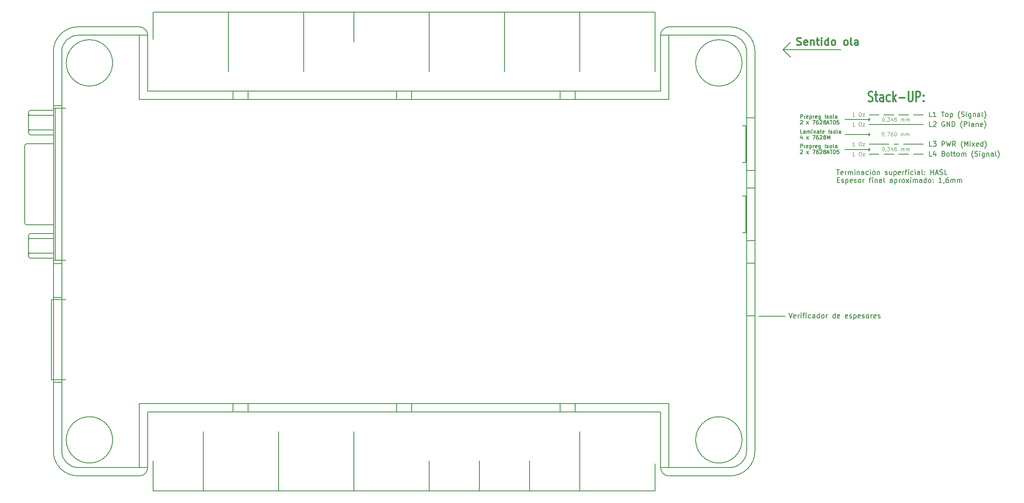
<source format=gbr>
G04 (created by PCBNEW (2013-jul-07)-stable) date miÃ© 17 sep 2014 11:04:25 ART*
%MOIN*%
G04 Gerber Fmt 3.4, Leading zero omitted, Abs format*
%FSLAX34Y34*%
G01*
G70*
G90*
G04 APERTURE LIST*
%ADD10C,0.00590551*%
%ADD11C,0.005*%
%ADD12C,0.00787402*%
%ADD13C,0.00492126*%
%ADD14C,0.011811*%
G04 APERTURE END LIST*
G54D10*
G54D11*
X75900Y-20600D02*
X75800Y-20700D01*
X75800Y-20500D02*
X75900Y-20600D01*
X73900Y-20600D02*
X75850Y-20600D01*
X73900Y-19400D02*
X75850Y-19400D01*
X75800Y-19300D02*
X75900Y-19400D01*
X75900Y-19400D02*
X75800Y-19500D01*
X75900Y-18200D02*
X75800Y-18300D01*
X75800Y-18100D02*
X75900Y-18200D01*
X73900Y-18200D02*
X75850Y-18200D01*
X70371Y-20471D02*
X70371Y-20171D01*
X70485Y-20171D01*
X70514Y-20185D01*
X70528Y-20200D01*
X70542Y-20228D01*
X70542Y-20271D01*
X70528Y-20300D01*
X70514Y-20314D01*
X70485Y-20328D01*
X70371Y-20328D01*
X70671Y-20471D02*
X70671Y-20271D01*
X70671Y-20328D02*
X70685Y-20300D01*
X70700Y-20285D01*
X70728Y-20271D01*
X70757Y-20271D01*
X70971Y-20457D02*
X70942Y-20471D01*
X70885Y-20471D01*
X70857Y-20457D01*
X70842Y-20428D01*
X70842Y-20314D01*
X70857Y-20285D01*
X70885Y-20271D01*
X70942Y-20271D01*
X70971Y-20285D01*
X70985Y-20314D01*
X70985Y-20342D01*
X70842Y-20371D01*
X71114Y-20271D02*
X71114Y-20571D01*
X71114Y-20285D02*
X71142Y-20271D01*
X71200Y-20271D01*
X71228Y-20285D01*
X71242Y-20300D01*
X71257Y-20328D01*
X71257Y-20414D01*
X71242Y-20442D01*
X71228Y-20457D01*
X71200Y-20471D01*
X71142Y-20471D01*
X71114Y-20457D01*
X71385Y-20471D02*
X71385Y-20271D01*
X71385Y-20328D02*
X71400Y-20300D01*
X71414Y-20285D01*
X71442Y-20271D01*
X71471Y-20271D01*
X71685Y-20457D02*
X71657Y-20471D01*
X71600Y-20471D01*
X71571Y-20457D01*
X71557Y-20428D01*
X71557Y-20314D01*
X71571Y-20285D01*
X71600Y-20271D01*
X71657Y-20271D01*
X71685Y-20285D01*
X71700Y-20314D01*
X71700Y-20342D01*
X71557Y-20371D01*
X71957Y-20271D02*
X71957Y-20514D01*
X71942Y-20542D01*
X71928Y-20557D01*
X71900Y-20571D01*
X71857Y-20571D01*
X71828Y-20557D01*
X71957Y-20457D02*
X71928Y-20471D01*
X71871Y-20471D01*
X71842Y-20457D01*
X71828Y-20442D01*
X71814Y-20414D01*
X71814Y-20328D01*
X71828Y-20300D01*
X71842Y-20285D01*
X71871Y-20271D01*
X71928Y-20271D01*
X71957Y-20285D01*
X72328Y-20471D02*
X72328Y-20171D01*
X72457Y-20457D02*
X72485Y-20471D01*
X72542Y-20471D01*
X72571Y-20457D01*
X72585Y-20428D01*
X72585Y-20414D01*
X72571Y-20385D01*
X72542Y-20371D01*
X72500Y-20371D01*
X72471Y-20357D01*
X72457Y-20328D01*
X72457Y-20314D01*
X72471Y-20285D01*
X72500Y-20271D01*
X72542Y-20271D01*
X72571Y-20285D01*
X72757Y-20471D02*
X72728Y-20457D01*
X72714Y-20442D01*
X72700Y-20414D01*
X72700Y-20328D01*
X72714Y-20300D01*
X72728Y-20285D01*
X72757Y-20271D01*
X72800Y-20271D01*
X72828Y-20285D01*
X72842Y-20300D01*
X72857Y-20328D01*
X72857Y-20414D01*
X72842Y-20442D01*
X72828Y-20457D01*
X72800Y-20471D01*
X72757Y-20471D01*
X73028Y-20471D02*
X73000Y-20457D01*
X72985Y-20428D01*
X72985Y-20171D01*
X73271Y-20471D02*
X73271Y-20314D01*
X73257Y-20285D01*
X73228Y-20271D01*
X73171Y-20271D01*
X73142Y-20285D01*
X73271Y-20457D02*
X73242Y-20471D01*
X73171Y-20471D01*
X73142Y-20457D01*
X73128Y-20428D01*
X73128Y-20400D01*
X73142Y-20371D01*
X73171Y-20357D01*
X73242Y-20357D01*
X73271Y-20342D01*
X70357Y-20670D02*
X70371Y-20655D01*
X70400Y-20641D01*
X70471Y-20641D01*
X70500Y-20655D01*
X70514Y-20670D01*
X70528Y-20698D01*
X70528Y-20727D01*
X70514Y-20770D01*
X70342Y-20941D01*
X70528Y-20941D01*
X70857Y-20941D02*
X71014Y-20741D01*
X70857Y-20741D02*
X71014Y-20941D01*
X71328Y-20641D02*
X71528Y-20641D01*
X71399Y-20941D01*
X71771Y-20641D02*
X71714Y-20641D01*
X71685Y-20655D01*
X71671Y-20670D01*
X71642Y-20712D01*
X71628Y-20770D01*
X71628Y-20884D01*
X71642Y-20912D01*
X71657Y-20927D01*
X71685Y-20941D01*
X71742Y-20941D01*
X71771Y-20927D01*
X71785Y-20912D01*
X71799Y-20884D01*
X71799Y-20812D01*
X71785Y-20784D01*
X71771Y-20770D01*
X71742Y-20755D01*
X71685Y-20755D01*
X71657Y-20770D01*
X71642Y-20784D01*
X71628Y-20812D01*
X71914Y-20670D02*
X71928Y-20655D01*
X71957Y-20641D01*
X72028Y-20641D01*
X72057Y-20655D01*
X72071Y-20670D01*
X72085Y-20698D01*
X72085Y-20727D01*
X72071Y-20770D01*
X71899Y-20941D01*
X72085Y-20941D01*
X72257Y-20770D02*
X72228Y-20755D01*
X72214Y-20741D01*
X72199Y-20712D01*
X72199Y-20698D01*
X72214Y-20670D01*
X72228Y-20655D01*
X72257Y-20641D01*
X72314Y-20641D01*
X72342Y-20655D01*
X72357Y-20670D01*
X72371Y-20698D01*
X72371Y-20712D01*
X72357Y-20741D01*
X72342Y-20755D01*
X72314Y-20770D01*
X72257Y-20770D01*
X72228Y-20784D01*
X72214Y-20798D01*
X72199Y-20827D01*
X72199Y-20884D01*
X72214Y-20912D01*
X72228Y-20927D01*
X72257Y-20941D01*
X72314Y-20941D01*
X72342Y-20927D01*
X72357Y-20912D01*
X72371Y-20884D01*
X72371Y-20827D01*
X72357Y-20798D01*
X72342Y-20784D01*
X72314Y-20770D01*
X72485Y-20855D02*
X72628Y-20855D01*
X72457Y-20941D02*
X72557Y-20641D01*
X72657Y-20941D01*
X72714Y-20641D02*
X72885Y-20641D01*
X72799Y-20941D02*
X72799Y-20641D01*
X73042Y-20641D02*
X73071Y-20641D01*
X73099Y-20655D01*
X73114Y-20670D01*
X73128Y-20698D01*
X73142Y-20755D01*
X73142Y-20827D01*
X73128Y-20884D01*
X73114Y-20912D01*
X73099Y-20927D01*
X73071Y-20941D01*
X73042Y-20941D01*
X73014Y-20927D01*
X72999Y-20912D01*
X72985Y-20884D01*
X72971Y-20827D01*
X72971Y-20755D01*
X72985Y-20698D01*
X72999Y-20670D01*
X73014Y-20655D01*
X73042Y-20641D01*
X73414Y-20641D02*
X73271Y-20641D01*
X73257Y-20784D01*
X73271Y-20770D01*
X73299Y-20755D01*
X73371Y-20755D01*
X73399Y-20770D01*
X73414Y-20784D01*
X73428Y-20812D01*
X73428Y-20884D01*
X73414Y-20912D01*
X73399Y-20927D01*
X73371Y-20941D01*
X73299Y-20941D01*
X73271Y-20927D01*
X73257Y-20912D01*
X70514Y-19321D02*
X70371Y-19321D01*
X70371Y-19021D01*
X70742Y-19321D02*
X70742Y-19164D01*
X70728Y-19135D01*
X70700Y-19121D01*
X70642Y-19121D01*
X70614Y-19135D01*
X70742Y-19307D02*
X70714Y-19321D01*
X70642Y-19321D01*
X70614Y-19307D01*
X70600Y-19278D01*
X70600Y-19250D01*
X70614Y-19221D01*
X70642Y-19207D01*
X70714Y-19207D01*
X70742Y-19192D01*
X70885Y-19321D02*
X70885Y-19121D01*
X70885Y-19150D02*
X70900Y-19135D01*
X70928Y-19121D01*
X70971Y-19121D01*
X71000Y-19135D01*
X71014Y-19164D01*
X71014Y-19321D01*
X71014Y-19164D02*
X71028Y-19135D01*
X71057Y-19121D01*
X71100Y-19121D01*
X71128Y-19135D01*
X71142Y-19164D01*
X71142Y-19321D01*
X71285Y-19321D02*
X71285Y-19121D01*
X71285Y-19021D02*
X71271Y-19035D01*
X71285Y-19050D01*
X71300Y-19035D01*
X71285Y-19021D01*
X71285Y-19050D01*
X71428Y-19121D02*
X71428Y-19321D01*
X71428Y-19150D02*
X71442Y-19135D01*
X71471Y-19121D01*
X71514Y-19121D01*
X71542Y-19135D01*
X71557Y-19164D01*
X71557Y-19321D01*
X71828Y-19321D02*
X71828Y-19164D01*
X71814Y-19135D01*
X71785Y-19121D01*
X71728Y-19121D01*
X71700Y-19135D01*
X71828Y-19307D02*
X71800Y-19321D01*
X71728Y-19321D01*
X71700Y-19307D01*
X71685Y-19278D01*
X71685Y-19250D01*
X71700Y-19221D01*
X71728Y-19207D01*
X71800Y-19207D01*
X71828Y-19192D01*
X71928Y-19121D02*
X72042Y-19121D01*
X71971Y-19021D02*
X71971Y-19278D01*
X71985Y-19307D01*
X72014Y-19321D01*
X72042Y-19321D01*
X72257Y-19307D02*
X72228Y-19321D01*
X72171Y-19321D01*
X72142Y-19307D01*
X72128Y-19278D01*
X72128Y-19164D01*
X72142Y-19135D01*
X72171Y-19121D01*
X72228Y-19121D01*
X72257Y-19135D01*
X72271Y-19164D01*
X72271Y-19192D01*
X72128Y-19221D01*
X72628Y-19321D02*
X72628Y-19021D01*
X72757Y-19307D02*
X72785Y-19321D01*
X72842Y-19321D01*
X72871Y-19307D01*
X72885Y-19278D01*
X72885Y-19264D01*
X72871Y-19235D01*
X72842Y-19221D01*
X72800Y-19221D01*
X72771Y-19207D01*
X72757Y-19178D01*
X72757Y-19164D01*
X72771Y-19135D01*
X72800Y-19121D01*
X72842Y-19121D01*
X72871Y-19135D01*
X73057Y-19321D02*
X73028Y-19307D01*
X73014Y-19292D01*
X73000Y-19264D01*
X73000Y-19178D01*
X73014Y-19150D01*
X73028Y-19135D01*
X73057Y-19121D01*
X73100Y-19121D01*
X73128Y-19135D01*
X73142Y-19150D01*
X73157Y-19178D01*
X73157Y-19264D01*
X73142Y-19292D01*
X73128Y-19307D01*
X73100Y-19321D01*
X73057Y-19321D01*
X73328Y-19321D02*
X73300Y-19307D01*
X73285Y-19278D01*
X73285Y-19021D01*
X73571Y-19321D02*
X73571Y-19164D01*
X73557Y-19135D01*
X73528Y-19121D01*
X73471Y-19121D01*
X73442Y-19135D01*
X73571Y-19307D02*
X73542Y-19321D01*
X73471Y-19321D01*
X73442Y-19307D01*
X73428Y-19278D01*
X73428Y-19250D01*
X73442Y-19221D01*
X73471Y-19207D01*
X73542Y-19207D01*
X73571Y-19192D01*
X70500Y-19591D02*
X70500Y-19791D01*
X70428Y-19477D02*
X70357Y-19691D01*
X70542Y-19691D01*
X70857Y-19791D02*
X71014Y-19591D01*
X70857Y-19591D02*
X71014Y-19791D01*
X71328Y-19491D02*
X71528Y-19491D01*
X71399Y-19791D01*
X71771Y-19491D02*
X71714Y-19491D01*
X71685Y-19505D01*
X71671Y-19520D01*
X71642Y-19562D01*
X71628Y-19620D01*
X71628Y-19734D01*
X71642Y-19762D01*
X71657Y-19777D01*
X71685Y-19791D01*
X71742Y-19791D01*
X71771Y-19777D01*
X71785Y-19762D01*
X71799Y-19734D01*
X71799Y-19662D01*
X71785Y-19634D01*
X71771Y-19620D01*
X71742Y-19605D01*
X71685Y-19605D01*
X71657Y-19620D01*
X71642Y-19634D01*
X71628Y-19662D01*
X71914Y-19520D02*
X71928Y-19505D01*
X71957Y-19491D01*
X72028Y-19491D01*
X72057Y-19505D01*
X72071Y-19520D01*
X72085Y-19548D01*
X72085Y-19577D01*
X72071Y-19620D01*
X71899Y-19791D01*
X72085Y-19791D01*
X72257Y-19620D02*
X72228Y-19605D01*
X72214Y-19591D01*
X72199Y-19562D01*
X72199Y-19548D01*
X72214Y-19520D01*
X72228Y-19505D01*
X72257Y-19491D01*
X72314Y-19491D01*
X72342Y-19505D01*
X72357Y-19520D01*
X72371Y-19548D01*
X72371Y-19562D01*
X72357Y-19591D01*
X72342Y-19605D01*
X72314Y-19620D01*
X72257Y-19620D01*
X72228Y-19634D01*
X72214Y-19648D01*
X72199Y-19677D01*
X72199Y-19734D01*
X72214Y-19762D01*
X72228Y-19777D01*
X72257Y-19791D01*
X72314Y-19791D01*
X72342Y-19777D01*
X72357Y-19762D01*
X72371Y-19734D01*
X72371Y-19677D01*
X72357Y-19648D01*
X72342Y-19634D01*
X72314Y-19620D01*
X72499Y-19791D02*
X72499Y-19491D01*
X72599Y-19705D01*
X72699Y-19491D01*
X72699Y-19791D01*
X70371Y-18121D02*
X70371Y-17821D01*
X70485Y-17821D01*
X70514Y-17835D01*
X70528Y-17850D01*
X70542Y-17878D01*
X70542Y-17921D01*
X70528Y-17950D01*
X70514Y-17964D01*
X70485Y-17978D01*
X70371Y-17978D01*
X70671Y-18121D02*
X70671Y-17921D01*
X70671Y-17978D02*
X70685Y-17950D01*
X70700Y-17935D01*
X70728Y-17921D01*
X70757Y-17921D01*
X70971Y-18107D02*
X70942Y-18121D01*
X70885Y-18121D01*
X70857Y-18107D01*
X70842Y-18078D01*
X70842Y-17964D01*
X70857Y-17935D01*
X70885Y-17921D01*
X70942Y-17921D01*
X70971Y-17935D01*
X70985Y-17964D01*
X70985Y-17992D01*
X70842Y-18021D01*
X71114Y-17921D02*
X71114Y-18221D01*
X71114Y-17935D02*
X71142Y-17921D01*
X71200Y-17921D01*
X71228Y-17935D01*
X71242Y-17950D01*
X71257Y-17978D01*
X71257Y-18064D01*
X71242Y-18092D01*
X71228Y-18107D01*
X71200Y-18121D01*
X71142Y-18121D01*
X71114Y-18107D01*
X71385Y-18121D02*
X71385Y-17921D01*
X71385Y-17978D02*
X71400Y-17950D01*
X71414Y-17935D01*
X71442Y-17921D01*
X71471Y-17921D01*
X71685Y-18107D02*
X71657Y-18121D01*
X71600Y-18121D01*
X71571Y-18107D01*
X71557Y-18078D01*
X71557Y-17964D01*
X71571Y-17935D01*
X71600Y-17921D01*
X71657Y-17921D01*
X71685Y-17935D01*
X71700Y-17964D01*
X71700Y-17992D01*
X71557Y-18021D01*
X71957Y-17921D02*
X71957Y-18164D01*
X71942Y-18192D01*
X71928Y-18207D01*
X71900Y-18221D01*
X71857Y-18221D01*
X71828Y-18207D01*
X71957Y-18107D02*
X71928Y-18121D01*
X71871Y-18121D01*
X71842Y-18107D01*
X71828Y-18092D01*
X71814Y-18064D01*
X71814Y-17978D01*
X71828Y-17950D01*
X71842Y-17935D01*
X71871Y-17921D01*
X71928Y-17921D01*
X71957Y-17935D01*
X72328Y-18121D02*
X72328Y-17821D01*
X72457Y-18107D02*
X72485Y-18121D01*
X72542Y-18121D01*
X72571Y-18107D01*
X72585Y-18078D01*
X72585Y-18064D01*
X72571Y-18035D01*
X72542Y-18021D01*
X72500Y-18021D01*
X72471Y-18007D01*
X72457Y-17978D01*
X72457Y-17964D01*
X72471Y-17935D01*
X72500Y-17921D01*
X72542Y-17921D01*
X72571Y-17935D01*
X72757Y-18121D02*
X72728Y-18107D01*
X72714Y-18092D01*
X72700Y-18064D01*
X72700Y-17978D01*
X72714Y-17950D01*
X72728Y-17935D01*
X72757Y-17921D01*
X72800Y-17921D01*
X72828Y-17935D01*
X72842Y-17950D01*
X72857Y-17978D01*
X72857Y-18064D01*
X72842Y-18092D01*
X72828Y-18107D01*
X72800Y-18121D01*
X72757Y-18121D01*
X73028Y-18121D02*
X73000Y-18107D01*
X72985Y-18078D01*
X72985Y-17821D01*
X73271Y-18121D02*
X73271Y-17964D01*
X73257Y-17935D01*
X73228Y-17921D01*
X73171Y-17921D01*
X73142Y-17935D01*
X73271Y-18107D02*
X73242Y-18121D01*
X73171Y-18121D01*
X73142Y-18107D01*
X73128Y-18078D01*
X73128Y-18050D01*
X73142Y-18021D01*
X73171Y-18007D01*
X73242Y-18007D01*
X73271Y-17992D01*
X70357Y-18320D02*
X70371Y-18305D01*
X70400Y-18291D01*
X70471Y-18291D01*
X70500Y-18305D01*
X70514Y-18320D01*
X70528Y-18348D01*
X70528Y-18377D01*
X70514Y-18420D01*
X70342Y-18591D01*
X70528Y-18591D01*
X70857Y-18591D02*
X71014Y-18391D01*
X70857Y-18391D02*
X71014Y-18591D01*
X71328Y-18291D02*
X71528Y-18291D01*
X71399Y-18591D01*
X71771Y-18291D02*
X71714Y-18291D01*
X71685Y-18305D01*
X71671Y-18320D01*
X71642Y-18362D01*
X71628Y-18420D01*
X71628Y-18534D01*
X71642Y-18562D01*
X71657Y-18577D01*
X71685Y-18591D01*
X71742Y-18591D01*
X71771Y-18577D01*
X71785Y-18562D01*
X71799Y-18534D01*
X71799Y-18462D01*
X71785Y-18434D01*
X71771Y-18420D01*
X71742Y-18405D01*
X71685Y-18405D01*
X71657Y-18420D01*
X71642Y-18434D01*
X71628Y-18462D01*
X71914Y-18320D02*
X71928Y-18305D01*
X71957Y-18291D01*
X72028Y-18291D01*
X72057Y-18305D01*
X72071Y-18320D01*
X72085Y-18348D01*
X72085Y-18377D01*
X72071Y-18420D01*
X71899Y-18591D01*
X72085Y-18591D01*
X72257Y-18420D02*
X72228Y-18405D01*
X72214Y-18391D01*
X72199Y-18362D01*
X72199Y-18348D01*
X72214Y-18320D01*
X72228Y-18305D01*
X72257Y-18291D01*
X72314Y-18291D01*
X72342Y-18305D01*
X72357Y-18320D01*
X72371Y-18348D01*
X72371Y-18362D01*
X72357Y-18391D01*
X72342Y-18405D01*
X72314Y-18420D01*
X72257Y-18420D01*
X72228Y-18434D01*
X72214Y-18448D01*
X72199Y-18477D01*
X72199Y-18534D01*
X72214Y-18562D01*
X72228Y-18577D01*
X72257Y-18591D01*
X72314Y-18591D01*
X72342Y-18577D01*
X72357Y-18562D01*
X72371Y-18534D01*
X72371Y-18477D01*
X72357Y-18448D01*
X72342Y-18434D01*
X72314Y-18420D01*
X72485Y-18505D02*
X72628Y-18505D01*
X72457Y-18591D02*
X72557Y-18291D01*
X72657Y-18591D01*
X72714Y-18291D02*
X72885Y-18291D01*
X72799Y-18591D02*
X72799Y-18291D01*
X73042Y-18291D02*
X73071Y-18291D01*
X73099Y-18305D01*
X73114Y-18320D01*
X73128Y-18348D01*
X73142Y-18405D01*
X73142Y-18477D01*
X73128Y-18534D01*
X73114Y-18562D01*
X73099Y-18577D01*
X73071Y-18591D01*
X73042Y-18591D01*
X73014Y-18577D01*
X72999Y-18562D01*
X72985Y-18534D01*
X72971Y-18477D01*
X72971Y-18405D01*
X72985Y-18348D01*
X72999Y-18320D01*
X73014Y-18305D01*
X73042Y-18291D01*
X73414Y-18291D02*
X73271Y-18291D01*
X73257Y-18434D01*
X73271Y-18420D01*
X73299Y-18405D01*
X73371Y-18405D01*
X73399Y-18420D01*
X73414Y-18434D01*
X73428Y-18462D01*
X73428Y-18534D01*
X73414Y-18562D01*
X73399Y-18577D01*
X73371Y-18591D01*
X73299Y-18591D01*
X73271Y-18577D01*
X73257Y-18562D01*
G54D12*
X38188Y-40866D02*
X38188Y-41535D01*
X39370Y-41535D02*
X39370Y-40866D01*
X39370Y-16614D02*
X39370Y-15944D01*
X38188Y-16614D02*
X38188Y-15944D01*
X51220Y-16614D02*
X51220Y-15944D01*
X52401Y-16614D02*
X52401Y-15944D01*
X26338Y-16614D02*
X26338Y-15944D01*
X25157Y-16614D02*
X25157Y-15944D01*
X51220Y-40866D02*
X51220Y-41535D01*
X52401Y-40866D02*
X52401Y-41535D01*
X59881Y-40866D02*
X59881Y-45984D01*
X59881Y-40866D02*
X17677Y-40866D01*
X26338Y-40866D02*
X26338Y-41535D01*
X25157Y-41535D02*
X25157Y-40866D01*
X12795Y-45984D02*
X18346Y-45984D01*
X73238Y-22221D02*
X73463Y-22221D01*
X73351Y-22614D02*
X73351Y-22221D01*
X73744Y-22596D02*
X73707Y-22614D01*
X73632Y-22614D01*
X73594Y-22596D01*
X73576Y-22558D01*
X73576Y-22408D01*
X73594Y-22371D01*
X73632Y-22352D01*
X73707Y-22352D01*
X73744Y-22371D01*
X73763Y-22408D01*
X73763Y-22446D01*
X73576Y-22483D01*
X73932Y-22614D02*
X73932Y-22352D01*
X73932Y-22427D02*
X73951Y-22389D01*
X73969Y-22371D01*
X74007Y-22352D01*
X74044Y-22352D01*
X74176Y-22614D02*
X74176Y-22352D01*
X74176Y-22389D02*
X74194Y-22371D01*
X74232Y-22352D01*
X74288Y-22352D01*
X74326Y-22371D01*
X74344Y-22408D01*
X74344Y-22614D01*
X74344Y-22408D02*
X74363Y-22371D01*
X74401Y-22352D01*
X74457Y-22352D01*
X74494Y-22371D01*
X74513Y-22408D01*
X74513Y-22614D01*
X74700Y-22614D02*
X74700Y-22352D01*
X74700Y-22221D02*
X74682Y-22239D01*
X74700Y-22258D01*
X74719Y-22239D01*
X74700Y-22221D01*
X74700Y-22258D01*
X74888Y-22352D02*
X74888Y-22614D01*
X74888Y-22389D02*
X74907Y-22371D01*
X74944Y-22352D01*
X75000Y-22352D01*
X75038Y-22371D01*
X75057Y-22408D01*
X75057Y-22614D01*
X75413Y-22614D02*
X75413Y-22408D01*
X75394Y-22371D01*
X75357Y-22352D01*
X75282Y-22352D01*
X75244Y-22371D01*
X75413Y-22596D02*
X75375Y-22614D01*
X75282Y-22614D01*
X75244Y-22596D01*
X75225Y-22558D01*
X75225Y-22521D01*
X75244Y-22483D01*
X75282Y-22464D01*
X75375Y-22464D01*
X75413Y-22446D01*
X75769Y-22596D02*
X75732Y-22614D01*
X75657Y-22614D01*
X75619Y-22596D01*
X75600Y-22577D01*
X75582Y-22539D01*
X75582Y-22427D01*
X75600Y-22389D01*
X75619Y-22371D01*
X75657Y-22352D01*
X75732Y-22352D01*
X75769Y-22371D01*
X75938Y-22614D02*
X75938Y-22352D01*
X75938Y-22221D02*
X75919Y-22239D01*
X75938Y-22258D01*
X75957Y-22239D01*
X75938Y-22221D01*
X75938Y-22258D01*
X76182Y-22614D02*
X76144Y-22596D01*
X76125Y-22577D01*
X76107Y-22539D01*
X76107Y-22427D01*
X76125Y-22389D01*
X76144Y-22371D01*
X76182Y-22352D01*
X76238Y-22352D01*
X76275Y-22371D01*
X76294Y-22389D01*
X76313Y-22427D01*
X76313Y-22539D01*
X76294Y-22577D01*
X76275Y-22596D01*
X76238Y-22614D01*
X76182Y-22614D01*
X76257Y-22202D02*
X76200Y-22258D01*
X76482Y-22352D02*
X76482Y-22614D01*
X76482Y-22389D02*
X76500Y-22371D01*
X76538Y-22352D01*
X76594Y-22352D01*
X76632Y-22371D01*
X76650Y-22408D01*
X76650Y-22614D01*
X77119Y-22596D02*
X77156Y-22614D01*
X77231Y-22614D01*
X77269Y-22596D01*
X77288Y-22558D01*
X77288Y-22539D01*
X77269Y-22502D01*
X77231Y-22483D01*
X77175Y-22483D01*
X77138Y-22464D01*
X77119Y-22427D01*
X77119Y-22408D01*
X77138Y-22371D01*
X77175Y-22352D01*
X77231Y-22352D01*
X77269Y-22371D01*
X77625Y-22352D02*
X77625Y-22614D01*
X77456Y-22352D02*
X77456Y-22558D01*
X77475Y-22596D01*
X77513Y-22614D01*
X77569Y-22614D01*
X77606Y-22596D01*
X77625Y-22577D01*
X77813Y-22352D02*
X77813Y-22746D01*
X77813Y-22371D02*
X77850Y-22352D01*
X77925Y-22352D01*
X77963Y-22371D01*
X77981Y-22389D01*
X78000Y-22427D01*
X78000Y-22539D01*
X77981Y-22577D01*
X77963Y-22596D01*
X77925Y-22614D01*
X77850Y-22614D01*
X77813Y-22596D01*
X78319Y-22596D02*
X78281Y-22614D01*
X78206Y-22614D01*
X78169Y-22596D01*
X78150Y-22558D01*
X78150Y-22408D01*
X78169Y-22371D01*
X78206Y-22352D01*
X78281Y-22352D01*
X78319Y-22371D01*
X78338Y-22408D01*
X78338Y-22446D01*
X78150Y-22483D01*
X78506Y-22614D02*
X78506Y-22352D01*
X78506Y-22427D02*
X78525Y-22389D01*
X78544Y-22371D01*
X78581Y-22352D01*
X78619Y-22352D01*
X78694Y-22352D02*
X78844Y-22352D01*
X78750Y-22614D02*
X78750Y-22277D01*
X78769Y-22239D01*
X78806Y-22221D01*
X78844Y-22221D01*
X78975Y-22614D02*
X78975Y-22352D01*
X78975Y-22221D02*
X78956Y-22239D01*
X78975Y-22258D01*
X78994Y-22239D01*
X78975Y-22221D01*
X78975Y-22258D01*
X79331Y-22596D02*
X79294Y-22614D01*
X79219Y-22614D01*
X79181Y-22596D01*
X79162Y-22577D01*
X79144Y-22539D01*
X79144Y-22427D01*
X79162Y-22389D01*
X79181Y-22371D01*
X79219Y-22352D01*
X79294Y-22352D01*
X79331Y-22371D01*
X79500Y-22614D02*
X79500Y-22352D01*
X79500Y-22221D02*
X79481Y-22239D01*
X79500Y-22258D01*
X79519Y-22239D01*
X79500Y-22221D01*
X79500Y-22258D01*
X79856Y-22614D02*
X79856Y-22408D01*
X79837Y-22371D01*
X79800Y-22352D01*
X79725Y-22352D01*
X79687Y-22371D01*
X79856Y-22596D02*
X79819Y-22614D01*
X79725Y-22614D01*
X79687Y-22596D01*
X79669Y-22558D01*
X79669Y-22521D01*
X79687Y-22483D01*
X79725Y-22464D01*
X79819Y-22464D01*
X79856Y-22446D01*
X80100Y-22614D02*
X80062Y-22596D01*
X80044Y-22558D01*
X80044Y-22221D01*
X80250Y-22577D02*
X80269Y-22596D01*
X80250Y-22614D01*
X80231Y-22596D01*
X80250Y-22577D01*
X80250Y-22614D01*
X80250Y-22371D02*
X80269Y-22389D01*
X80250Y-22408D01*
X80231Y-22389D01*
X80250Y-22371D01*
X80250Y-22408D01*
X80737Y-22614D02*
X80737Y-22221D01*
X80737Y-22408D02*
X80962Y-22408D01*
X80962Y-22614D02*
X80962Y-22221D01*
X81131Y-22502D02*
X81318Y-22502D01*
X81093Y-22614D02*
X81225Y-22221D01*
X81356Y-22614D01*
X81468Y-22596D02*
X81525Y-22614D01*
X81618Y-22614D01*
X81656Y-22596D01*
X81675Y-22577D01*
X81693Y-22539D01*
X81693Y-22502D01*
X81675Y-22464D01*
X81656Y-22446D01*
X81618Y-22427D01*
X81543Y-22408D01*
X81506Y-22389D01*
X81487Y-22371D01*
X81468Y-22333D01*
X81468Y-22296D01*
X81487Y-22258D01*
X81506Y-22239D01*
X81543Y-22221D01*
X81637Y-22221D01*
X81693Y-22239D01*
X82050Y-22614D02*
X81862Y-22614D01*
X81862Y-22221D01*
X73294Y-23038D02*
X73426Y-23038D01*
X73482Y-23244D02*
X73294Y-23244D01*
X73294Y-22851D01*
X73482Y-22851D01*
X73632Y-23226D02*
X73669Y-23244D01*
X73744Y-23244D01*
X73782Y-23226D01*
X73801Y-23188D01*
X73801Y-23169D01*
X73782Y-23132D01*
X73744Y-23113D01*
X73688Y-23113D01*
X73651Y-23094D01*
X73632Y-23057D01*
X73632Y-23038D01*
X73651Y-23001D01*
X73688Y-22982D01*
X73744Y-22982D01*
X73782Y-23001D01*
X73969Y-22982D02*
X73969Y-23376D01*
X73969Y-23001D02*
X74007Y-22982D01*
X74082Y-22982D01*
X74119Y-23001D01*
X74138Y-23019D01*
X74157Y-23057D01*
X74157Y-23169D01*
X74138Y-23207D01*
X74119Y-23226D01*
X74082Y-23244D01*
X74007Y-23244D01*
X73969Y-23226D01*
X74476Y-23226D02*
X74438Y-23244D01*
X74363Y-23244D01*
X74326Y-23226D01*
X74307Y-23188D01*
X74307Y-23038D01*
X74326Y-23001D01*
X74363Y-22982D01*
X74438Y-22982D01*
X74476Y-23001D01*
X74494Y-23038D01*
X74494Y-23076D01*
X74307Y-23113D01*
X74644Y-23226D02*
X74682Y-23244D01*
X74757Y-23244D01*
X74794Y-23226D01*
X74813Y-23188D01*
X74813Y-23169D01*
X74794Y-23132D01*
X74757Y-23113D01*
X74700Y-23113D01*
X74663Y-23094D01*
X74644Y-23057D01*
X74644Y-23038D01*
X74663Y-23001D01*
X74700Y-22982D01*
X74757Y-22982D01*
X74794Y-23001D01*
X75038Y-23244D02*
X75000Y-23226D01*
X74982Y-23207D01*
X74963Y-23169D01*
X74963Y-23057D01*
X74982Y-23019D01*
X75000Y-23001D01*
X75038Y-22982D01*
X75094Y-22982D01*
X75132Y-23001D01*
X75150Y-23019D01*
X75169Y-23057D01*
X75169Y-23169D01*
X75150Y-23207D01*
X75132Y-23226D01*
X75094Y-23244D01*
X75038Y-23244D01*
X75338Y-23244D02*
X75338Y-22982D01*
X75338Y-23057D02*
X75357Y-23019D01*
X75375Y-23001D01*
X75413Y-22982D01*
X75450Y-22982D01*
X75825Y-22982D02*
X75975Y-22982D01*
X75882Y-23244D02*
X75882Y-22907D01*
X75900Y-22869D01*
X75938Y-22851D01*
X75975Y-22851D01*
X76107Y-23244D02*
X76107Y-22982D01*
X76107Y-22851D02*
X76088Y-22869D01*
X76107Y-22888D01*
X76125Y-22869D01*
X76107Y-22851D01*
X76107Y-22888D01*
X76294Y-22982D02*
X76294Y-23244D01*
X76294Y-23019D02*
X76313Y-23001D01*
X76350Y-22982D01*
X76407Y-22982D01*
X76444Y-23001D01*
X76463Y-23038D01*
X76463Y-23244D01*
X76819Y-23244D02*
X76819Y-23038D01*
X76800Y-23001D01*
X76763Y-22982D01*
X76688Y-22982D01*
X76650Y-23001D01*
X76819Y-23226D02*
X76781Y-23244D01*
X76688Y-23244D01*
X76650Y-23226D01*
X76632Y-23188D01*
X76632Y-23151D01*
X76650Y-23113D01*
X76688Y-23094D01*
X76781Y-23094D01*
X76819Y-23076D01*
X77063Y-23244D02*
X77025Y-23226D01*
X77006Y-23188D01*
X77006Y-22851D01*
X77681Y-23244D02*
X77681Y-23038D01*
X77663Y-23001D01*
X77625Y-22982D01*
X77550Y-22982D01*
X77513Y-23001D01*
X77681Y-23226D02*
X77644Y-23244D01*
X77550Y-23244D01*
X77513Y-23226D01*
X77494Y-23188D01*
X77494Y-23151D01*
X77513Y-23113D01*
X77550Y-23094D01*
X77644Y-23094D01*
X77681Y-23076D01*
X77869Y-22982D02*
X77869Y-23376D01*
X77869Y-23001D02*
X77906Y-22982D01*
X77981Y-22982D01*
X78019Y-23001D01*
X78038Y-23019D01*
X78056Y-23057D01*
X78056Y-23169D01*
X78038Y-23207D01*
X78019Y-23226D01*
X77981Y-23244D01*
X77906Y-23244D01*
X77869Y-23226D01*
X78225Y-23244D02*
X78225Y-22982D01*
X78225Y-23057D02*
X78244Y-23019D01*
X78263Y-23001D01*
X78300Y-22982D01*
X78338Y-22982D01*
X78525Y-23244D02*
X78488Y-23226D01*
X78469Y-23207D01*
X78450Y-23169D01*
X78450Y-23057D01*
X78469Y-23019D01*
X78488Y-23001D01*
X78525Y-22982D01*
X78581Y-22982D01*
X78619Y-23001D01*
X78638Y-23019D01*
X78656Y-23057D01*
X78656Y-23169D01*
X78638Y-23207D01*
X78619Y-23226D01*
X78581Y-23244D01*
X78525Y-23244D01*
X78787Y-23244D02*
X78994Y-22982D01*
X78787Y-22982D02*
X78994Y-23244D01*
X79144Y-23244D02*
X79144Y-22982D01*
X79144Y-22851D02*
X79125Y-22869D01*
X79144Y-22888D01*
X79162Y-22869D01*
X79144Y-22851D01*
X79144Y-22888D01*
X79331Y-23244D02*
X79331Y-22982D01*
X79331Y-23019D02*
X79350Y-23001D01*
X79387Y-22982D01*
X79444Y-22982D01*
X79481Y-23001D01*
X79500Y-23038D01*
X79500Y-23244D01*
X79500Y-23038D02*
X79519Y-23001D01*
X79556Y-22982D01*
X79612Y-22982D01*
X79650Y-23001D01*
X79669Y-23038D01*
X79669Y-23244D01*
X80025Y-23244D02*
X80025Y-23038D01*
X80006Y-23001D01*
X79969Y-22982D01*
X79894Y-22982D01*
X79856Y-23001D01*
X80025Y-23226D02*
X79987Y-23244D01*
X79894Y-23244D01*
X79856Y-23226D01*
X79837Y-23188D01*
X79837Y-23151D01*
X79856Y-23113D01*
X79894Y-23094D01*
X79987Y-23094D01*
X80025Y-23076D01*
X80381Y-23244D02*
X80381Y-22851D01*
X80381Y-23226D02*
X80344Y-23244D01*
X80269Y-23244D01*
X80231Y-23226D01*
X80212Y-23207D01*
X80194Y-23169D01*
X80194Y-23057D01*
X80212Y-23019D01*
X80231Y-23001D01*
X80269Y-22982D01*
X80344Y-22982D01*
X80381Y-23001D01*
X80625Y-23244D02*
X80587Y-23226D01*
X80569Y-23207D01*
X80550Y-23169D01*
X80550Y-23057D01*
X80569Y-23019D01*
X80587Y-23001D01*
X80625Y-22982D01*
X80681Y-22982D01*
X80718Y-23001D01*
X80737Y-23019D01*
X80756Y-23057D01*
X80756Y-23169D01*
X80737Y-23207D01*
X80718Y-23226D01*
X80681Y-23244D01*
X80625Y-23244D01*
X80925Y-23207D02*
X80943Y-23226D01*
X80925Y-23244D01*
X80906Y-23226D01*
X80925Y-23207D01*
X80925Y-23244D01*
X80925Y-23001D02*
X80943Y-23019D01*
X80925Y-23038D01*
X80906Y-23019D01*
X80925Y-23001D01*
X80925Y-23038D01*
X81618Y-23244D02*
X81393Y-23244D01*
X81506Y-23244D02*
X81506Y-22851D01*
X81468Y-22907D01*
X81431Y-22944D01*
X81393Y-22963D01*
X81806Y-23226D02*
X81806Y-23244D01*
X81787Y-23282D01*
X81768Y-23301D01*
X82143Y-22851D02*
X82068Y-22851D01*
X82031Y-22869D01*
X82012Y-22888D01*
X81975Y-22944D01*
X81956Y-23019D01*
X81956Y-23169D01*
X81975Y-23207D01*
X81993Y-23226D01*
X82031Y-23244D01*
X82106Y-23244D01*
X82143Y-23226D01*
X82162Y-23207D01*
X82181Y-23169D01*
X82181Y-23076D01*
X82162Y-23038D01*
X82143Y-23019D01*
X82106Y-23001D01*
X82031Y-23001D01*
X81993Y-23019D01*
X81975Y-23038D01*
X81956Y-23076D01*
X82350Y-23244D02*
X82350Y-22982D01*
X82350Y-23019D02*
X82368Y-23001D01*
X82406Y-22982D01*
X82462Y-22982D01*
X82500Y-23001D01*
X82518Y-23038D01*
X82518Y-23244D01*
X82518Y-23038D02*
X82537Y-23001D01*
X82575Y-22982D01*
X82631Y-22982D01*
X82668Y-23001D01*
X82687Y-23038D01*
X82687Y-23244D01*
X82874Y-23244D02*
X82874Y-22982D01*
X82874Y-23019D02*
X82893Y-23001D01*
X82931Y-22982D01*
X82987Y-22982D01*
X83024Y-23001D01*
X83043Y-23038D01*
X83043Y-23244D01*
X83043Y-23038D02*
X83062Y-23001D01*
X83099Y-22982D01*
X83156Y-22982D01*
X83193Y-23001D01*
X83212Y-23038D01*
X83212Y-23244D01*
G54D11*
X67050Y-33900D02*
X69150Y-33900D01*
G54D12*
X69437Y-33665D02*
X69568Y-34059D01*
X69699Y-33665D01*
X69981Y-34040D02*
X69943Y-34059D01*
X69868Y-34059D01*
X69831Y-34040D01*
X69812Y-34003D01*
X69812Y-33853D01*
X69831Y-33815D01*
X69868Y-33796D01*
X69943Y-33796D01*
X69981Y-33815D01*
X69999Y-33853D01*
X69999Y-33890D01*
X69812Y-33928D01*
X70168Y-34059D02*
X70168Y-33796D01*
X70168Y-33871D02*
X70187Y-33834D01*
X70206Y-33815D01*
X70243Y-33796D01*
X70281Y-33796D01*
X70412Y-34059D02*
X70412Y-33796D01*
X70412Y-33665D02*
X70393Y-33684D01*
X70412Y-33703D01*
X70431Y-33684D01*
X70412Y-33665D01*
X70412Y-33703D01*
X70543Y-33796D02*
X70693Y-33796D01*
X70599Y-34059D02*
X70599Y-33721D01*
X70618Y-33684D01*
X70656Y-33665D01*
X70693Y-33665D01*
X70824Y-34059D02*
X70824Y-33796D01*
X70824Y-33665D02*
X70806Y-33684D01*
X70824Y-33703D01*
X70843Y-33684D01*
X70824Y-33665D01*
X70824Y-33703D01*
X71181Y-34040D02*
X71143Y-34059D01*
X71068Y-34059D01*
X71031Y-34040D01*
X71012Y-34021D01*
X70993Y-33984D01*
X70993Y-33871D01*
X71012Y-33834D01*
X71031Y-33815D01*
X71068Y-33796D01*
X71143Y-33796D01*
X71181Y-33815D01*
X71518Y-34059D02*
X71518Y-33853D01*
X71499Y-33815D01*
X71462Y-33796D01*
X71387Y-33796D01*
X71349Y-33815D01*
X71518Y-34040D02*
X71480Y-34059D01*
X71387Y-34059D01*
X71349Y-34040D01*
X71331Y-34003D01*
X71331Y-33965D01*
X71349Y-33928D01*
X71387Y-33909D01*
X71480Y-33909D01*
X71518Y-33890D01*
X71874Y-34059D02*
X71874Y-33665D01*
X71874Y-34040D02*
X71837Y-34059D01*
X71762Y-34059D01*
X71724Y-34040D01*
X71705Y-34021D01*
X71687Y-33984D01*
X71687Y-33871D01*
X71705Y-33834D01*
X71724Y-33815D01*
X71762Y-33796D01*
X71837Y-33796D01*
X71874Y-33815D01*
X72118Y-34059D02*
X72080Y-34040D01*
X72062Y-34021D01*
X72043Y-33984D01*
X72043Y-33871D01*
X72062Y-33834D01*
X72080Y-33815D01*
X72118Y-33796D01*
X72174Y-33796D01*
X72212Y-33815D01*
X72230Y-33834D01*
X72249Y-33871D01*
X72249Y-33984D01*
X72230Y-34021D01*
X72212Y-34040D01*
X72174Y-34059D01*
X72118Y-34059D01*
X72418Y-34059D02*
X72418Y-33796D01*
X72418Y-33871D02*
X72437Y-33834D01*
X72455Y-33815D01*
X72493Y-33796D01*
X72530Y-33796D01*
X73130Y-34059D02*
X73130Y-33665D01*
X73130Y-34040D02*
X73093Y-34059D01*
X73018Y-34059D01*
X72980Y-34040D01*
X72962Y-34021D01*
X72943Y-33984D01*
X72943Y-33871D01*
X72962Y-33834D01*
X72980Y-33815D01*
X73018Y-33796D01*
X73093Y-33796D01*
X73130Y-33815D01*
X73468Y-34040D02*
X73430Y-34059D01*
X73355Y-34059D01*
X73318Y-34040D01*
X73299Y-34003D01*
X73299Y-33853D01*
X73318Y-33815D01*
X73355Y-33796D01*
X73430Y-33796D01*
X73468Y-33815D01*
X73486Y-33853D01*
X73486Y-33890D01*
X73299Y-33928D01*
X74105Y-34040D02*
X74068Y-34059D01*
X73993Y-34059D01*
X73955Y-34040D01*
X73936Y-34003D01*
X73936Y-33853D01*
X73955Y-33815D01*
X73993Y-33796D01*
X74068Y-33796D01*
X74105Y-33815D01*
X74124Y-33853D01*
X74124Y-33890D01*
X73936Y-33928D01*
X74274Y-34040D02*
X74311Y-34059D01*
X74386Y-34059D01*
X74424Y-34040D01*
X74443Y-34003D01*
X74443Y-33984D01*
X74424Y-33946D01*
X74386Y-33928D01*
X74330Y-33928D01*
X74293Y-33909D01*
X74274Y-33871D01*
X74274Y-33853D01*
X74293Y-33815D01*
X74330Y-33796D01*
X74386Y-33796D01*
X74424Y-33815D01*
X74611Y-33796D02*
X74611Y-34190D01*
X74611Y-33815D02*
X74649Y-33796D01*
X74724Y-33796D01*
X74761Y-33815D01*
X74780Y-33834D01*
X74799Y-33871D01*
X74799Y-33984D01*
X74780Y-34021D01*
X74761Y-34040D01*
X74724Y-34059D01*
X74649Y-34059D01*
X74611Y-34040D01*
X75118Y-34040D02*
X75080Y-34059D01*
X75005Y-34059D01*
X74968Y-34040D01*
X74949Y-34003D01*
X74949Y-33853D01*
X74968Y-33815D01*
X75005Y-33796D01*
X75080Y-33796D01*
X75118Y-33815D01*
X75136Y-33853D01*
X75136Y-33890D01*
X74949Y-33928D01*
X75286Y-34040D02*
X75324Y-34059D01*
X75399Y-34059D01*
X75436Y-34040D01*
X75455Y-34003D01*
X75455Y-33984D01*
X75436Y-33946D01*
X75399Y-33928D01*
X75343Y-33928D01*
X75305Y-33909D01*
X75286Y-33871D01*
X75286Y-33853D01*
X75305Y-33815D01*
X75343Y-33796D01*
X75399Y-33796D01*
X75436Y-33815D01*
X75680Y-34059D02*
X75642Y-34040D01*
X75624Y-34021D01*
X75605Y-33984D01*
X75605Y-33871D01*
X75624Y-33834D01*
X75642Y-33815D01*
X75680Y-33796D01*
X75736Y-33796D01*
X75774Y-33815D01*
X75792Y-33834D01*
X75811Y-33871D01*
X75811Y-33984D01*
X75792Y-34021D01*
X75774Y-34040D01*
X75736Y-34059D01*
X75680Y-34059D01*
X75980Y-34059D02*
X75980Y-33796D01*
X75980Y-33871D02*
X75999Y-33834D01*
X76017Y-33815D01*
X76055Y-33796D01*
X76092Y-33796D01*
X76374Y-34040D02*
X76336Y-34059D01*
X76261Y-34059D01*
X76224Y-34040D01*
X76205Y-34003D01*
X76205Y-33853D01*
X76224Y-33815D01*
X76261Y-33796D01*
X76336Y-33796D01*
X76374Y-33815D01*
X76392Y-33853D01*
X76392Y-33890D01*
X76205Y-33928D01*
X76542Y-34040D02*
X76580Y-34059D01*
X76655Y-34059D01*
X76692Y-34040D01*
X76711Y-34003D01*
X76711Y-33984D01*
X76692Y-33946D01*
X76655Y-33928D01*
X76599Y-33928D01*
X76561Y-33909D01*
X76542Y-33871D01*
X76542Y-33853D01*
X76561Y-33815D01*
X76599Y-33796D01*
X76655Y-33796D01*
X76692Y-33815D01*
G54D13*
X74673Y-21103D02*
X74505Y-21103D01*
X74589Y-21103D02*
X74589Y-20808D01*
X74561Y-20850D01*
X74533Y-20878D01*
X74505Y-20892D01*
X75081Y-20808D02*
X75137Y-20808D01*
X75165Y-20822D01*
X75194Y-20850D01*
X75208Y-20906D01*
X75208Y-21005D01*
X75194Y-21061D01*
X75165Y-21089D01*
X75137Y-21103D01*
X75081Y-21103D01*
X75053Y-21089D01*
X75025Y-21061D01*
X75011Y-21005D01*
X75011Y-20906D01*
X75025Y-20850D01*
X75053Y-20822D01*
X75081Y-20808D01*
X75306Y-20906D02*
X75461Y-20906D01*
X75306Y-21103D01*
X75461Y-21103D01*
X74673Y-20316D02*
X74505Y-20316D01*
X74589Y-20316D02*
X74589Y-20021D01*
X74561Y-20063D01*
X74533Y-20091D01*
X74505Y-20105D01*
X75081Y-20021D02*
X75137Y-20021D01*
X75165Y-20035D01*
X75194Y-20063D01*
X75208Y-20119D01*
X75208Y-20217D01*
X75194Y-20274D01*
X75165Y-20302D01*
X75137Y-20316D01*
X75081Y-20316D01*
X75053Y-20302D01*
X75025Y-20274D01*
X75011Y-20217D01*
X75011Y-20119D01*
X75025Y-20063D01*
X75053Y-20035D01*
X75081Y-20021D01*
X75306Y-20119D02*
X75461Y-20119D01*
X75306Y-20316D01*
X75461Y-20316D01*
X74673Y-18741D02*
X74505Y-18741D01*
X74589Y-18741D02*
X74589Y-18446D01*
X74561Y-18488D01*
X74533Y-18516D01*
X74505Y-18530D01*
X75081Y-18446D02*
X75137Y-18446D01*
X75165Y-18460D01*
X75194Y-18488D01*
X75208Y-18544D01*
X75208Y-18643D01*
X75194Y-18699D01*
X75165Y-18727D01*
X75137Y-18741D01*
X75081Y-18741D01*
X75053Y-18727D01*
X75025Y-18699D01*
X75011Y-18643D01*
X75011Y-18544D01*
X75025Y-18488D01*
X75053Y-18460D01*
X75081Y-18446D01*
X75306Y-18544D02*
X75461Y-18544D01*
X75306Y-18741D01*
X75461Y-18741D01*
X74673Y-17954D02*
X74505Y-17954D01*
X74589Y-17954D02*
X74589Y-17658D01*
X74561Y-17701D01*
X74533Y-17729D01*
X74505Y-17743D01*
X75081Y-17658D02*
X75137Y-17658D01*
X75165Y-17672D01*
X75194Y-17701D01*
X75208Y-17757D01*
X75208Y-17855D01*
X75194Y-17911D01*
X75165Y-17940D01*
X75137Y-17954D01*
X75081Y-17954D01*
X75053Y-17940D01*
X75025Y-17911D01*
X75011Y-17855D01*
X75011Y-17757D01*
X75025Y-17701D01*
X75053Y-17672D01*
X75081Y-17658D01*
X75306Y-17757D02*
X75461Y-17757D01*
X75306Y-17954D01*
X75461Y-17954D01*
X76937Y-20414D02*
X76965Y-20414D01*
X76993Y-20428D01*
X77007Y-20442D01*
X77021Y-20471D01*
X77035Y-20527D01*
X77035Y-20597D01*
X77021Y-20653D01*
X77007Y-20681D01*
X76993Y-20696D01*
X76965Y-20710D01*
X76937Y-20710D01*
X76909Y-20696D01*
X76895Y-20681D01*
X76881Y-20653D01*
X76867Y-20597D01*
X76867Y-20527D01*
X76881Y-20471D01*
X76895Y-20442D01*
X76909Y-20428D01*
X76937Y-20414D01*
X77176Y-20696D02*
X77176Y-20710D01*
X77162Y-20738D01*
X77148Y-20752D01*
X77275Y-20414D02*
X77457Y-20414D01*
X77359Y-20527D01*
X77401Y-20527D01*
X77429Y-20541D01*
X77443Y-20555D01*
X77457Y-20583D01*
X77457Y-20653D01*
X77443Y-20681D01*
X77429Y-20696D01*
X77401Y-20710D01*
X77317Y-20710D01*
X77289Y-20696D01*
X77275Y-20681D01*
X77710Y-20513D02*
X77710Y-20710D01*
X77640Y-20400D02*
X77570Y-20611D01*
X77753Y-20611D01*
X77992Y-20414D02*
X77935Y-20414D01*
X77907Y-20428D01*
X77893Y-20442D01*
X77865Y-20485D01*
X77851Y-20541D01*
X77851Y-20653D01*
X77865Y-20681D01*
X77879Y-20696D01*
X77907Y-20710D01*
X77964Y-20710D01*
X77992Y-20696D01*
X78006Y-20681D01*
X78020Y-20653D01*
X78020Y-20583D01*
X78006Y-20555D01*
X77992Y-20541D01*
X77964Y-20527D01*
X77907Y-20527D01*
X77879Y-20541D01*
X77865Y-20555D01*
X77851Y-20583D01*
X78371Y-20710D02*
X78371Y-20513D01*
X78371Y-20541D02*
X78385Y-20527D01*
X78413Y-20513D01*
X78456Y-20513D01*
X78484Y-20527D01*
X78498Y-20555D01*
X78498Y-20710D01*
X78498Y-20555D02*
X78512Y-20527D01*
X78540Y-20513D01*
X78582Y-20513D01*
X78610Y-20527D01*
X78624Y-20555D01*
X78624Y-20710D01*
X78765Y-20710D02*
X78765Y-20513D01*
X78765Y-20541D02*
X78779Y-20527D01*
X78807Y-20513D01*
X78849Y-20513D01*
X78877Y-20527D01*
X78892Y-20555D01*
X78892Y-20710D01*
X78892Y-20555D02*
X78906Y-20527D01*
X78934Y-20513D01*
X78976Y-20513D01*
X79004Y-20527D01*
X79018Y-20555D01*
X79018Y-20710D01*
X76926Y-19224D02*
X76954Y-19224D01*
X76982Y-19238D01*
X76996Y-19252D01*
X77010Y-19280D01*
X77024Y-19336D01*
X77024Y-19407D01*
X77010Y-19463D01*
X76996Y-19491D01*
X76982Y-19505D01*
X76954Y-19519D01*
X76926Y-19519D01*
X76898Y-19505D01*
X76884Y-19491D01*
X76870Y-19463D01*
X76856Y-19407D01*
X76856Y-19336D01*
X76870Y-19280D01*
X76884Y-19252D01*
X76898Y-19238D01*
X76926Y-19224D01*
X77165Y-19505D02*
X77165Y-19519D01*
X77151Y-19547D01*
X77137Y-19561D01*
X77264Y-19224D02*
X77460Y-19224D01*
X77334Y-19519D01*
X77699Y-19224D02*
X77643Y-19224D01*
X77615Y-19238D01*
X77601Y-19252D01*
X77573Y-19294D01*
X77559Y-19350D01*
X77559Y-19463D01*
X77573Y-19491D01*
X77587Y-19505D01*
X77615Y-19519D01*
X77671Y-19519D01*
X77699Y-19505D01*
X77713Y-19491D01*
X77728Y-19463D01*
X77728Y-19392D01*
X77713Y-19364D01*
X77699Y-19350D01*
X77671Y-19336D01*
X77615Y-19336D01*
X77587Y-19350D01*
X77573Y-19364D01*
X77559Y-19392D01*
X77910Y-19224D02*
X77938Y-19224D01*
X77967Y-19238D01*
X77981Y-19252D01*
X77995Y-19280D01*
X78009Y-19336D01*
X78009Y-19407D01*
X77995Y-19463D01*
X77981Y-19491D01*
X77967Y-19505D01*
X77938Y-19519D01*
X77910Y-19519D01*
X77882Y-19505D01*
X77868Y-19491D01*
X77854Y-19463D01*
X77840Y-19407D01*
X77840Y-19336D01*
X77854Y-19280D01*
X77868Y-19252D01*
X77882Y-19238D01*
X77910Y-19224D01*
X78360Y-19519D02*
X78360Y-19322D01*
X78360Y-19350D02*
X78374Y-19336D01*
X78402Y-19322D01*
X78445Y-19322D01*
X78473Y-19336D01*
X78487Y-19364D01*
X78487Y-19519D01*
X78487Y-19364D02*
X78501Y-19336D01*
X78529Y-19322D01*
X78571Y-19322D01*
X78599Y-19336D01*
X78613Y-19364D01*
X78613Y-19519D01*
X78754Y-19519D02*
X78754Y-19322D01*
X78754Y-19350D02*
X78768Y-19336D01*
X78796Y-19322D01*
X78838Y-19322D01*
X78866Y-19336D01*
X78880Y-19364D01*
X78880Y-19519D01*
X78880Y-19364D02*
X78895Y-19336D01*
X78923Y-19322D01*
X78965Y-19322D01*
X78993Y-19336D01*
X79007Y-19364D01*
X79007Y-19519D01*
X76937Y-18052D02*
X76965Y-18052D01*
X76993Y-18066D01*
X77007Y-18080D01*
X77021Y-18108D01*
X77035Y-18165D01*
X77035Y-18235D01*
X77021Y-18291D01*
X77007Y-18319D01*
X76993Y-18333D01*
X76965Y-18347D01*
X76937Y-18347D01*
X76909Y-18333D01*
X76895Y-18319D01*
X76881Y-18291D01*
X76867Y-18235D01*
X76867Y-18165D01*
X76881Y-18108D01*
X76895Y-18080D01*
X76909Y-18066D01*
X76937Y-18052D01*
X77176Y-18333D02*
X77176Y-18347D01*
X77162Y-18375D01*
X77148Y-18390D01*
X77275Y-18052D02*
X77457Y-18052D01*
X77359Y-18165D01*
X77401Y-18165D01*
X77429Y-18179D01*
X77443Y-18193D01*
X77457Y-18221D01*
X77457Y-18291D01*
X77443Y-18319D01*
X77429Y-18333D01*
X77401Y-18347D01*
X77317Y-18347D01*
X77289Y-18333D01*
X77275Y-18319D01*
X77710Y-18151D02*
X77710Y-18347D01*
X77640Y-18038D02*
X77570Y-18249D01*
X77753Y-18249D01*
X77992Y-18052D02*
X77935Y-18052D01*
X77907Y-18066D01*
X77893Y-18080D01*
X77865Y-18122D01*
X77851Y-18179D01*
X77851Y-18291D01*
X77865Y-18319D01*
X77879Y-18333D01*
X77907Y-18347D01*
X77964Y-18347D01*
X77992Y-18333D01*
X78006Y-18319D01*
X78020Y-18291D01*
X78020Y-18221D01*
X78006Y-18193D01*
X77992Y-18179D01*
X77964Y-18165D01*
X77907Y-18165D01*
X77879Y-18179D01*
X77865Y-18193D01*
X77851Y-18221D01*
X78371Y-18347D02*
X78371Y-18151D01*
X78371Y-18179D02*
X78385Y-18165D01*
X78413Y-18151D01*
X78456Y-18151D01*
X78484Y-18165D01*
X78498Y-18193D01*
X78498Y-18347D01*
X78498Y-18193D02*
X78512Y-18165D01*
X78540Y-18151D01*
X78582Y-18151D01*
X78610Y-18165D01*
X78624Y-18193D01*
X78624Y-18347D01*
X78765Y-18347D02*
X78765Y-18151D01*
X78765Y-18179D02*
X78779Y-18165D01*
X78807Y-18151D01*
X78849Y-18151D01*
X78877Y-18165D01*
X78892Y-18193D01*
X78892Y-18347D01*
X78892Y-18193D02*
X78906Y-18165D01*
X78934Y-18151D01*
X78976Y-18151D01*
X79004Y-18165D01*
X79018Y-18193D01*
X79018Y-18347D01*
G54D12*
X80832Y-21143D02*
X80644Y-21143D01*
X80644Y-20749D01*
X81132Y-20881D02*
X81132Y-21143D01*
X81038Y-20731D02*
X80944Y-21012D01*
X81188Y-21012D01*
X81769Y-20937D02*
X81826Y-20956D01*
X81844Y-20974D01*
X81863Y-21012D01*
X81863Y-21068D01*
X81844Y-21106D01*
X81826Y-21124D01*
X81788Y-21143D01*
X81638Y-21143D01*
X81638Y-20749D01*
X81769Y-20749D01*
X81807Y-20768D01*
X81826Y-20787D01*
X81844Y-20824D01*
X81844Y-20862D01*
X81826Y-20899D01*
X81807Y-20918D01*
X81769Y-20937D01*
X81638Y-20937D01*
X82088Y-21143D02*
X82050Y-21124D01*
X82032Y-21106D01*
X82013Y-21068D01*
X82013Y-20956D01*
X82032Y-20918D01*
X82050Y-20899D01*
X82088Y-20881D01*
X82144Y-20881D01*
X82182Y-20899D01*
X82200Y-20918D01*
X82219Y-20956D01*
X82219Y-21068D01*
X82200Y-21106D01*
X82182Y-21124D01*
X82144Y-21143D01*
X82088Y-21143D01*
X82332Y-20881D02*
X82482Y-20881D01*
X82388Y-20749D02*
X82388Y-21087D01*
X82407Y-21124D01*
X82444Y-21143D01*
X82482Y-21143D01*
X82557Y-20881D02*
X82707Y-20881D01*
X82613Y-20749D02*
X82613Y-21087D01*
X82632Y-21124D01*
X82669Y-21143D01*
X82707Y-21143D01*
X82894Y-21143D02*
X82857Y-21124D01*
X82838Y-21106D01*
X82819Y-21068D01*
X82819Y-20956D01*
X82838Y-20918D01*
X82857Y-20899D01*
X82894Y-20881D01*
X82950Y-20881D01*
X82988Y-20899D01*
X83007Y-20918D01*
X83025Y-20956D01*
X83025Y-21068D01*
X83007Y-21106D01*
X82988Y-21124D01*
X82950Y-21143D01*
X82894Y-21143D01*
X83194Y-21143D02*
X83194Y-20881D01*
X83194Y-20918D02*
X83213Y-20899D01*
X83250Y-20881D01*
X83307Y-20881D01*
X83344Y-20899D01*
X83363Y-20937D01*
X83363Y-21143D01*
X83363Y-20937D02*
X83382Y-20899D01*
X83419Y-20881D01*
X83475Y-20881D01*
X83513Y-20899D01*
X83532Y-20937D01*
X83532Y-21143D01*
X84131Y-21293D02*
X84113Y-21274D01*
X84075Y-21218D01*
X84056Y-21181D01*
X84038Y-21124D01*
X84019Y-21031D01*
X84019Y-20956D01*
X84038Y-20862D01*
X84056Y-20806D01*
X84075Y-20768D01*
X84113Y-20712D01*
X84131Y-20693D01*
X84263Y-21124D02*
X84319Y-21143D01*
X84413Y-21143D01*
X84450Y-21124D01*
X84469Y-21106D01*
X84488Y-21068D01*
X84488Y-21031D01*
X84469Y-20993D01*
X84450Y-20974D01*
X84413Y-20956D01*
X84338Y-20937D01*
X84300Y-20918D01*
X84281Y-20899D01*
X84263Y-20862D01*
X84263Y-20824D01*
X84281Y-20787D01*
X84300Y-20768D01*
X84338Y-20749D01*
X84431Y-20749D01*
X84488Y-20768D01*
X84656Y-21143D02*
X84656Y-20881D01*
X84656Y-20749D02*
X84638Y-20768D01*
X84656Y-20787D01*
X84675Y-20768D01*
X84656Y-20749D01*
X84656Y-20787D01*
X85013Y-20881D02*
X85013Y-21199D01*
X84994Y-21237D01*
X84975Y-21256D01*
X84938Y-21274D01*
X84881Y-21274D01*
X84844Y-21256D01*
X85013Y-21124D02*
X84975Y-21143D01*
X84900Y-21143D01*
X84863Y-21124D01*
X84844Y-21106D01*
X84825Y-21068D01*
X84825Y-20956D01*
X84844Y-20918D01*
X84863Y-20899D01*
X84900Y-20881D01*
X84975Y-20881D01*
X85013Y-20899D01*
X85200Y-20881D02*
X85200Y-21143D01*
X85200Y-20918D02*
X85219Y-20899D01*
X85256Y-20881D01*
X85313Y-20881D01*
X85350Y-20899D01*
X85369Y-20937D01*
X85369Y-21143D01*
X85725Y-21143D02*
X85725Y-20937D01*
X85706Y-20899D01*
X85669Y-20881D01*
X85594Y-20881D01*
X85556Y-20899D01*
X85725Y-21124D02*
X85688Y-21143D01*
X85594Y-21143D01*
X85556Y-21124D01*
X85538Y-21087D01*
X85538Y-21049D01*
X85556Y-21012D01*
X85594Y-20993D01*
X85688Y-20993D01*
X85725Y-20974D01*
X85969Y-21143D02*
X85931Y-21124D01*
X85913Y-21087D01*
X85913Y-20749D01*
X86081Y-21293D02*
X86100Y-21274D01*
X86137Y-21218D01*
X86156Y-21181D01*
X86175Y-21124D01*
X86194Y-21031D01*
X86194Y-20956D01*
X86175Y-20862D01*
X86156Y-20806D01*
X86137Y-20768D01*
X86100Y-20712D01*
X86081Y-20693D01*
X80832Y-20356D02*
X80644Y-20356D01*
X80644Y-19962D01*
X80926Y-19962D02*
X81169Y-19962D01*
X81038Y-20112D01*
X81094Y-20112D01*
X81132Y-20131D01*
X81151Y-20149D01*
X81169Y-20187D01*
X81169Y-20281D01*
X81151Y-20318D01*
X81132Y-20337D01*
X81094Y-20356D01*
X80982Y-20356D01*
X80944Y-20337D01*
X80926Y-20318D01*
X81638Y-20356D02*
X81638Y-19962D01*
X81788Y-19962D01*
X81826Y-19981D01*
X81844Y-20000D01*
X81863Y-20037D01*
X81863Y-20093D01*
X81844Y-20131D01*
X81826Y-20149D01*
X81788Y-20168D01*
X81638Y-20168D01*
X81994Y-19962D02*
X82088Y-20356D01*
X82163Y-20074D01*
X82238Y-20356D01*
X82332Y-19962D01*
X82707Y-20356D02*
X82575Y-20168D01*
X82482Y-20356D02*
X82482Y-19962D01*
X82632Y-19962D01*
X82669Y-19981D01*
X82688Y-20000D01*
X82707Y-20037D01*
X82707Y-20093D01*
X82688Y-20131D01*
X82669Y-20149D01*
X82632Y-20168D01*
X82482Y-20168D01*
X83288Y-20506D02*
X83269Y-20487D01*
X83232Y-20431D01*
X83213Y-20393D01*
X83194Y-20337D01*
X83175Y-20243D01*
X83175Y-20168D01*
X83194Y-20074D01*
X83213Y-20018D01*
X83232Y-19981D01*
X83269Y-19925D01*
X83288Y-19906D01*
X83438Y-20356D02*
X83438Y-19962D01*
X83569Y-20243D01*
X83700Y-19962D01*
X83700Y-20356D01*
X83888Y-20356D02*
X83888Y-20093D01*
X83888Y-19962D02*
X83869Y-19981D01*
X83888Y-20000D01*
X83907Y-19981D01*
X83888Y-19962D01*
X83888Y-20000D01*
X84038Y-20356D02*
X84244Y-20093D01*
X84038Y-20093D02*
X84244Y-20356D01*
X84544Y-20337D02*
X84506Y-20356D01*
X84431Y-20356D01*
X84394Y-20337D01*
X84375Y-20299D01*
X84375Y-20149D01*
X84394Y-20112D01*
X84431Y-20093D01*
X84506Y-20093D01*
X84544Y-20112D01*
X84563Y-20149D01*
X84563Y-20187D01*
X84375Y-20224D01*
X84900Y-20356D02*
X84900Y-19962D01*
X84900Y-20337D02*
X84863Y-20356D01*
X84788Y-20356D01*
X84750Y-20337D01*
X84731Y-20318D01*
X84713Y-20281D01*
X84713Y-20168D01*
X84731Y-20131D01*
X84750Y-20112D01*
X84788Y-20093D01*
X84863Y-20093D01*
X84900Y-20112D01*
X85050Y-20506D02*
X85069Y-20487D01*
X85106Y-20431D01*
X85125Y-20393D01*
X85144Y-20337D01*
X85163Y-20243D01*
X85163Y-20168D01*
X85144Y-20074D01*
X85125Y-20018D01*
X85106Y-19981D01*
X85069Y-19925D01*
X85050Y-19906D01*
X80832Y-18781D02*
X80644Y-18781D01*
X80644Y-18387D01*
X80944Y-18425D02*
X80963Y-18406D01*
X81001Y-18387D01*
X81094Y-18387D01*
X81132Y-18406D01*
X81151Y-18425D01*
X81169Y-18462D01*
X81169Y-18500D01*
X81151Y-18556D01*
X80926Y-18781D01*
X81169Y-18781D01*
X81844Y-18406D02*
X81807Y-18387D01*
X81751Y-18387D01*
X81694Y-18406D01*
X81657Y-18443D01*
X81638Y-18481D01*
X81619Y-18556D01*
X81619Y-18612D01*
X81638Y-18687D01*
X81657Y-18725D01*
X81694Y-18762D01*
X81751Y-18781D01*
X81788Y-18781D01*
X81844Y-18762D01*
X81863Y-18743D01*
X81863Y-18612D01*
X81788Y-18612D01*
X82032Y-18781D02*
X82032Y-18387D01*
X82257Y-18781D01*
X82257Y-18387D01*
X82444Y-18781D02*
X82444Y-18387D01*
X82538Y-18387D01*
X82594Y-18406D01*
X82632Y-18443D01*
X82650Y-18481D01*
X82669Y-18556D01*
X82669Y-18612D01*
X82650Y-18687D01*
X82632Y-18725D01*
X82594Y-18762D01*
X82538Y-18781D01*
X82444Y-18781D01*
X83250Y-18931D02*
X83232Y-18912D01*
X83194Y-18856D01*
X83175Y-18818D01*
X83157Y-18762D01*
X83138Y-18668D01*
X83138Y-18593D01*
X83157Y-18500D01*
X83175Y-18443D01*
X83194Y-18406D01*
X83232Y-18350D01*
X83250Y-18331D01*
X83400Y-18781D02*
X83400Y-18387D01*
X83550Y-18387D01*
X83588Y-18406D01*
X83607Y-18425D01*
X83625Y-18462D01*
X83625Y-18518D01*
X83607Y-18556D01*
X83588Y-18575D01*
X83550Y-18593D01*
X83400Y-18593D01*
X83850Y-18781D02*
X83813Y-18762D01*
X83794Y-18725D01*
X83794Y-18387D01*
X84169Y-18781D02*
X84169Y-18575D01*
X84150Y-18537D01*
X84113Y-18518D01*
X84038Y-18518D01*
X84000Y-18537D01*
X84169Y-18762D02*
X84131Y-18781D01*
X84038Y-18781D01*
X84000Y-18762D01*
X83982Y-18725D01*
X83982Y-18687D01*
X84000Y-18650D01*
X84038Y-18631D01*
X84131Y-18631D01*
X84169Y-18612D01*
X84356Y-18518D02*
X84356Y-18781D01*
X84356Y-18556D02*
X84375Y-18537D01*
X84413Y-18518D01*
X84469Y-18518D01*
X84506Y-18537D01*
X84525Y-18575D01*
X84525Y-18781D01*
X84863Y-18762D02*
X84825Y-18781D01*
X84750Y-18781D01*
X84713Y-18762D01*
X84694Y-18725D01*
X84694Y-18575D01*
X84713Y-18537D01*
X84750Y-18518D01*
X84825Y-18518D01*
X84863Y-18537D01*
X84881Y-18575D01*
X84881Y-18612D01*
X84694Y-18650D01*
X85013Y-18931D02*
X85031Y-18912D01*
X85069Y-18856D01*
X85088Y-18818D01*
X85106Y-18762D01*
X85125Y-18668D01*
X85125Y-18593D01*
X85106Y-18500D01*
X85088Y-18443D01*
X85069Y-18406D01*
X85031Y-18350D01*
X85013Y-18331D01*
X80832Y-17994D02*
X80644Y-17994D01*
X80644Y-17600D01*
X81169Y-17994D02*
X80944Y-17994D01*
X81057Y-17994D02*
X81057Y-17600D01*
X81019Y-17656D01*
X80982Y-17694D01*
X80944Y-17712D01*
X81582Y-17600D02*
X81807Y-17600D01*
X81694Y-17994D02*
X81694Y-17600D01*
X81994Y-17994D02*
X81957Y-17975D01*
X81938Y-17956D01*
X81919Y-17919D01*
X81919Y-17806D01*
X81938Y-17769D01*
X81957Y-17750D01*
X81994Y-17731D01*
X82050Y-17731D01*
X82088Y-17750D01*
X82107Y-17769D01*
X82125Y-17806D01*
X82125Y-17919D01*
X82107Y-17956D01*
X82088Y-17975D01*
X82050Y-17994D01*
X81994Y-17994D01*
X82294Y-17731D02*
X82294Y-18125D01*
X82294Y-17750D02*
X82332Y-17731D01*
X82407Y-17731D01*
X82444Y-17750D01*
X82463Y-17769D01*
X82482Y-17806D01*
X82482Y-17919D01*
X82463Y-17956D01*
X82444Y-17975D01*
X82407Y-17994D01*
X82332Y-17994D01*
X82294Y-17975D01*
X83063Y-18143D02*
X83044Y-18125D01*
X83007Y-18068D01*
X82988Y-18031D01*
X82969Y-17975D01*
X82950Y-17881D01*
X82950Y-17806D01*
X82969Y-17712D01*
X82988Y-17656D01*
X83007Y-17619D01*
X83044Y-17562D01*
X83063Y-17544D01*
X83194Y-17975D02*
X83250Y-17994D01*
X83344Y-17994D01*
X83382Y-17975D01*
X83400Y-17956D01*
X83419Y-17919D01*
X83419Y-17881D01*
X83400Y-17844D01*
X83382Y-17825D01*
X83344Y-17806D01*
X83269Y-17787D01*
X83232Y-17769D01*
X83213Y-17750D01*
X83194Y-17712D01*
X83194Y-17675D01*
X83213Y-17637D01*
X83232Y-17619D01*
X83269Y-17600D01*
X83363Y-17600D01*
X83419Y-17619D01*
X83588Y-17994D02*
X83588Y-17731D01*
X83588Y-17600D02*
X83569Y-17619D01*
X83588Y-17637D01*
X83607Y-17619D01*
X83588Y-17600D01*
X83588Y-17637D01*
X83944Y-17731D02*
X83944Y-18050D01*
X83925Y-18087D01*
X83907Y-18106D01*
X83869Y-18125D01*
X83813Y-18125D01*
X83775Y-18106D01*
X83944Y-17975D02*
X83907Y-17994D01*
X83832Y-17994D01*
X83794Y-17975D01*
X83775Y-17956D01*
X83757Y-17919D01*
X83757Y-17806D01*
X83775Y-17769D01*
X83794Y-17750D01*
X83832Y-17731D01*
X83907Y-17731D01*
X83944Y-17750D01*
X84131Y-17731D02*
X84131Y-17994D01*
X84131Y-17769D02*
X84150Y-17750D01*
X84188Y-17731D01*
X84244Y-17731D01*
X84281Y-17750D01*
X84300Y-17787D01*
X84300Y-17994D01*
X84656Y-17994D02*
X84656Y-17787D01*
X84638Y-17750D01*
X84600Y-17731D01*
X84525Y-17731D01*
X84488Y-17750D01*
X84656Y-17975D02*
X84619Y-17994D01*
X84525Y-17994D01*
X84488Y-17975D01*
X84469Y-17937D01*
X84469Y-17900D01*
X84488Y-17862D01*
X84525Y-17844D01*
X84619Y-17844D01*
X84656Y-17825D01*
X84900Y-17994D02*
X84863Y-17975D01*
X84844Y-17937D01*
X84844Y-17600D01*
X85013Y-18143D02*
X85031Y-18125D01*
X85069Y-18068D01*
X85088Y-18031D01*
X85106Y-17975D01*
X85125Y-17881D01*
X85125Y-17806D01*
X85106Y-17712D01*
X85088Y-17656D01*
X85069Y-17619D01*
X85031Y-17562D01*
X85013Y-17544D01*
X77401Y-20196D02*
X75826Y-20196D01*
X78582Y-20196D02*
X80157Y-20196D01*
X79370Y-20984D02*
X80157Y-20984D01*
X78188Y-20984D02*
X78976Y-20984D01*
X77007Y-20984D02*
X77795Y-20984D01*
X75826Y-20984D02*
X76614Y-20984D01*
X77795Y-20196D02*
X78188Y-20196D01*
X75826Y-18622D02*
X80157Y-18622D01*
X79370Y-17834D02*
X80157Y-17834D01*
X78188Y-17834D02*
X78976Y-17834D01*
X77007Y-17834D02*
X77795Y-17834D01*
X75826Y-17834D02*
X76614Y-17834D01*
G54D14*
X75784Y-16737D02*
X75868Y-16775D01*
X76009Y-16775D01*
X76065Y-16737D01*
X76093Y-16700D01*
X76122Y-16625D01*
X76122Y-16550D01*
X76093Y-16475D01*
X76065Y-16437D01*
X76009Y-16400D01*
X75897Y-16362D01*
X75840Y-16325D01*
X75812Y-16287D01*
X75784Y-16212D01*
X75784Y-16137D01*
X75812Y-16062D01*
X75840Y-16025D01*
X75897Y-15988D01*
X76037Y-15988D01*
X76122Y-16025D01*
X76290Y-16250D02*
X76515Y-16250D01*
X76375Y-15988D02*
X76375Y-16662D01*
X76403Y-16737D01*
X76459Y-16775D01*
X76515Y-16775D01*
X76965Y-16775D02*
X76965Y-16362D01*
X76937Y-16287D01*
X76881Y-16250D01*
X76768Y-16250D01*
X76712Y-16287D01*
X76965Y-16737D02*
X76909Y-16775D01*
X76768Y-16775D01*
X76712Y-16737D01*
X76684Y-16662D01*
X76684Y-16587D01*
X76712Y-16512D01*
X76768Y-16475D01*
X76909Y-16475D01*
X76965Y-16437D01*
X77500Y-16737D02*
X77443Y-16775D01*
X77331Y-16775D01*
X77275Y-16737D01*
X77246Y-16700D01*
X77218Y-16625D01*
X77218Y-16400D01*
X77246Y-16325D01*
X77275Y-16287D01*
X77331Y-16250D01*
X77443Y-16250D01*
X77500Y-16287D01*
X77753Y-16775D02*
X77753Y-15988D01*
X77809Y-16475D02*
X77978Y-16775D01*
X77978Y-16250D02*
X77753Y-16550D01*
X78231Y-16475D02*
X78681Y-16475D01*
X78962Y-15988D02*
X78962Y-16625D01*
X78990Y-16700D01*
X79018Y-16737D01*
X79074Y-16775D01*
X79187Y-16775D01*
X79243Y-16737D01*
X79271Y-16700D01*
X79299Y-16625D01*
X79299Y-15988D01*
X79580Y-16775D02*
X79580Y-15988D01*
X79805Y-15988D01*
X79862Y-16025D01*
X79890Y-16062D01*
X79918Y-16137D01*
X79918Y-16250D01*
X79890Y-16325D01*
X79862Y-16362D01*
X79805Y-16400D01*
X79580Y-16400D01*
X80171Y-16700D02*
X80199Y-16737D01*
X80171Y-16775D01*
X80143Y-16737D01*
X80171Y-16700D01*
X80171Y-16775D01*
X80171Y-16287D02*
X80199Y-16325D01*
X80171Y-16362D01*
X80143Y-16325D01*
X80171Y-16287D01*
X80171Y-16362D01*
G54D12*
X18346Y-41535D02*
X59212Y-41535D01*
X17677Y-46653D02*
X12795Y-46653D01*
X59881Y-46653D02*
X64763Y-46653D01*
X64763Y-45984D02*
X59212Y-45984D01*
X17677Y-16614D02*
X59881Y-16614D01*
X59212Y-15944D02*
X18346Y-15944D01*
X64763Y-11496D02*
X59212Y-11496D01*
X64763Y-10826D02*
X59881Y-10826D01*
X12795Y-11496D02*
X18346Y-11496D01*
X12795Y-10826D02*
X17677Y-10826D01*
X18346Y-45984D02*
X18346Y-41535D01*
X59212Y-45984D02*
X59212Y-41535D01*
X59881Y-11496D02*
X59881Y-16614D01*
X59212Y-11496D02*
X59212Y-15944D01*
X17677Y-40866D02*
X17677Y-45984D01*
X15551Y-43779D02*
G75*
G03X15551Y-43779I-1850J0D01*
G74*
G01*
X65708Y-43779D02*
G75*
G03X65708Y-43779I-1850J0D01*
G74*
G01*
X65708Y-13700D02*
G75*
G03X65708Y-13700I-1850J0D01*
G74*
G01*
X15551Y-13700D02*
G75*
G03X15551Y-13700I-1850J0D01*
G74*
G01*
X17677Y-11496D02*
X17677Y-16614D01*
X18346Y-11496D02*
X18346Y-15944D01*
G54D14*
X70084Y-12263D02*
X70169Y-12291D01*
X70309Y-12291D01*
X70366Y-12263D01*
X70394Y-12235D01*
X70422Y-12179D01*
X70422Y-12123D01*
X70394Y-12066D01*
X70366Y-12038D01*
X70309Y-12010D01*
X70197Y-11982D01*
X70141Y-11954D01*
X70113Y-11926D01*
X70084Y-11869D01*
X70084Y-11813D01*
X70113Y-11757D01*
X70141Y-11729D01*
X70197Y-11701D01*
X70338Y-11701D01*
X70422Y-11729D01*
X70900Y-12263D02*
X70844Y-12291D01*
X70731Y-12291D01*
X70675Y-12263D01*
X70647Y-12207D01*
X70647Y-11982D01*
X70675Y-11926D01*
X70731Y-11898D01*
X70844Y-11898D01*
X70900Y-11926D01*
X70928Y-11982D01*
X70928Y-12038D01*
X70647Y-12094D01*
X71181Y-11898D02*
X71181Y-12291D01*
X71181Y-11954D02*
X71209Y-11926D01*
X71266Y-11898D01*
X71350Y-11898D01*
X71406Y-11926D01*
X71434Y-11982D01*
X71434Y-12291D01*
X71631Y-11898D02*
X71856Y-11898D01*
X71715Y-11701D02*
X71715Y-12207D01*
X71744Y-12263D01*
X71800Y-12291D01*
X71856Y-12291D01*
X72053Y-12291D02*
X72053Y-11898D01*
X72053Y-11701D02*
X72025Y-11729D01*
X72053Y-11757D01*
X72081Y-11729D01*
X72053Y-11701D01*
X72053Y-11757D01*
X72587Y-12291D02*
X72587Y-11701D01*
X72587Y-12263D02*
X72531Y-12291D01*
X72419Y-12291D01*
X72362Y-12263D01*
X72334Y-12235D01*
X72306Y-12179D01*
X72306Y-12010D01*
X72334Y-11954D01*
X72362Y-11926D01*
X72419Y-11898D01*
X72531Y-11898D01*
X72587Y-11926D01*
X72953Y-12291D02*
X72897Y-12263D01*
X72868Y-12235D01*
X72840Y-12179D01*
X72840Y-12010D01*
X72868Y-11954D01*
X72897Y-11926D01*
X72953Y-11898D01*
X73037Y-11898D01*
X73093Y-11926D01*
X73122Y-11954D01*
X73150Y-12010D01*
X73150Y-12179D01*
X73122Y-12235D01*
X73093Y-12263D01*
X73037Y-12291D01*
X72953Y-12291D01*
X73937Y-12291D02*
X73881Y-12263D01*
X73853Y-12235D01*
X73825Y-12179D01*
X73825Y-12010D01*
X73853Y-11954D01*
X73881Y-11926D01*
X73937Y-11898D01*
X74021Y-11898D01*
X74078Y-11926D01*
X74106Y-11954D01*
X74134Y-12010D01*
X74134Y-12179D01*
X74106Y-12235D01*
X74078Y-12263D01*
X74021Y-12291D01*
X73937Y-12291D01*
X74471Y-12291D02*
X74415Y-12263D01*
X74387Y-12207D01*
X74387Y-11701D01*
X74949Y-12291D02*
X74949Y-11982D01*
X74921Y-11926D01*
X74865Y-11898D01*
X74753Y-11898D01*
X74696Y-11926D01*
X74949Y-12263D02*
X74893Y-12291D01*
X74753Y-12291D01*
X74696Y-12263D01*
X74668Y-12207D01*
X74668Y-12151D01*
X74696Y-12094D01*
X74753Y-12066D01*
X74893Y-12066D01*
X74949Y-12038D01*
G54D12*
X68981Y-12652D02*
X69581Y-13252D01*
X68981Y-12652D02*
X69581Y-12052D01*
X73581Y-12652D02*
X68981Y-12652D01*
X11496Y-29700D02*
X10826Y-29700D01*
X11496Y-17102D02*
X10826Y-17102D01*
X11496Y-32401D02*
X10826Y-32401D01*
X11496Y-39192D02*
X10826Y-39192D01*
X66732Y-33897D02*
X66062Y-33897D01*
X66732Y-29685D02*
X66062Y-29685D01*
X66732Y-27897D02*
X66062Y-27897D01*
X66732Y-23685D02*
X66062Y-23685D01*
X66732Y-22291D02*
X66062Y-22291D01*
X66062Y-18078D02*
X66732Y-18078D01*
X18346Y-11496D02*
G75*
G03X17677Y-10826I-669J0D01*
G74*
G01*
X17677Y-46653D02*
G75*
G03X18346Y-45984I0J669D01*
G74*
G01*
X59881Y-10826D02*
G75*
G03X59212Y-11496I0J-669D01*
G74*
G01*
X59212Y-45984D02*
G75*
G03X59881Y-46653I669J0D01*
G74*
G01*
X66732Y-44685D02*
X66732Y-12795D01*
X10826Y-44685D02*
X10826Y-12795D01*
X10826Y-44685D02*
G75*
G03X12795Y-46653I1968J0D01*
G74*
G01*
X12795Y-10826D02*
G75*
G03X10826Y-12795I0J-1968D01*
G74*
G01*
X66732Y-12795D02*
G75*
G03X64763Y-10826I-1968J0D01*
G74*
G01*
X64763Y-46653D02*
G75*
G03X66732Y-44685I0J1968D01*
G74*
G01*
X66062Y-12795D02*
X66062Y-44685D01*
X11496Y-44685D02*
X11496Y-12795D01*
X66062Y-12795D02*
G75*
G03X64763Y-11496I-1299J0D01*
G74*
G01*
X12795Y-11496D02*
G75*
G03X11496Y-12795I0J-1299D01*
G74*
G01*
X11496Y-44685D02*
G75*
G03X12795Y-45984I1299J0D01*
G74*
G01*
X64763Y-45984D02*
G75*
G03X66062Y-44685I0J1299D01*
G74*
G01*
G54D11*
X24779Y-14370D02*
X24779Y-9645D01*
X18779Y-11811D02*
X18779Y-9645D01*
X18779Y-9645D02*
X24779Y-9645D01*
X46779Y-14370D02*
X46779Y-9645D01*
X40779Y-11811D02*
X40779Y-9645D01*
X40779Y-9645D02*
X46779Y-9645D01*
X52779Y-14370D02*
X52779Y-9645D01*
X46779Y-11811D02*
X46779Y-9645D01*
X46779Y-9645D02*
X52779Y-9645D01*
X58779Y-14370D02*
X58779Y-9645D01*
X52779Y-11811D02*
X52779Y-9645D01*
X52779Y-9645D02*
X58779Y-9645D01*
X40779Y-14370D02*
X40779Y-9645D01*
X34779Y-11811D02*
X34779Y-9645D01*
X34779Y-9645D02*
X40779Y-9645D01*
X34779Y-43110D02*
X34779Y-47834D01*
X40779Y-45669D02*
X40779Y-47834D01*
X40779Y-47834D02*
X34779Y-47834D01*
X22779Y-43110D02*
X22779Y-47834D01*
X28779Y-45669D02*
X28779Y-47834D01*
X28779Y-47834D02*
X22779Y-47834D01*
X30779Y-14370D02*
X30779Y-9645D01*
X24779Y-11811D02*
X24779Y-9645D01*
X24779Y-9645D02*
X30779Y-9645D01*
X28779Y-43110D02*
X28779Y-47834D01*
X34779Y-45669D02*
X34779Y-47834D01*
X34779Y-47834D02*
X28779Y-47834D01*
X52779Y-43110D02*
X52779Y-47834D01*
X58779Y-45669D02*
X58779Y-47834D01*
X58779Y-47834D02*
X52779Y-47834D01*
X18779Y-45456D02*
X18779Y-47830D01*
X22779Y-45673D02*
X22779Y-47834D01*
X22779Y-47834D02*
X18779Y-47834D01*
X34779Y-12023D02*
X34779Y-9649D01*
X30779Y-11807D02*
X30779Y-9645D01*
X30779Y-9645D02*
X34779Y-9645D01*
X40779Y-45456D02*
X40779Y-47830D01*
X44779Y-45673D02*
X44779Y-47834D01*
X44779Y-47834D02*
X40779Y-47834D01*
X48779Y-45456D02*
X48779Y-47830D01*
X52779Y-45673D02*
X52779Y-47834D01*
X52779Y-47834D02*
X48779Y-47834D01*
X44779Y-45456D02*
X44779Y-47830D01*
X48779Y-45673D02*
X48779Y-47834D01*
X48779Y-47834D02*
X44779Y-47834D01*
X65748Y-18700D02*
X66023Y-18700D01*
X65748Y-21653D02*
X66023Y-21653D01*
X66023Y-21653D02*
X66023Y-18700D01*
X65748Y-24311D02*
X66023Y-24311D01*
X65748Y-27263D02*
X66023Y-27263D01*
X66023Y-27263D02*
X66023Y-24311D01*
X10826Y-17322D02*
X11811Y-17322D01*
X10826Y-29448D02*
X11811Y-29448D01*
X10984Y-29448D02*
X10984Y-17322D01*
X8937Y-28897D02*
G75*
G03X8858Y-28976I0J-78D01*
G74*
G01*
X8858Y-28818D02*
G75*
G03X8937Y-28897I78J0D01*
G74*
G01*
X8858Y-27637D02*
G75*
G03X8937Y-27716I78J0D01*
G74*
G01*
X8937Y-27716D02*
G75*
G03X8858Y-27795I0J-78D01*
G74*
G01*
X8858Y-18976D02*
G75*
G03X8937Y-19055I78J0D01*
G74*
G01*
X8937Y-19055D02*
G75*
G03X8858Y-19133I0J-78D01*
G74*
G01*
X8858Y-17795D02*
G75*
G03X8937Y-17874I78J0D01*
G74*
G01*
X8937Y-17874D02*
G75*
G03X8858Y-17952I0J-78D01*
G74*
G01*
X9015Y-19448D02*
X10826Y-19448D01*
X9015Y-17480D02*
X10826Y-17480D01*
X8858Y-19291D02*
X8858Y-17637D01*
X9015Y-29291D02*
X10826Y-29291D01*
X9015Y-27322D02*
X10826Y-27322D01*
X8858Y-29133D02*
X8858Y-27480D01*
X8858Y-29133D02*
G75*
G03X9015Y-29291I157J0D01*
G74*
G01*
X9015Y-27322D02*
G75*
G03X8858Y-27480I0J-157D01*
G74*
G01*
X8858Y-19291D02*
G75*
G03X9015Y-19448I157J0D01*
G74*
G01*
X9015Y-17480D02*
G75*
G03X8858Y-17637I0J-157D01*
G74*
G01*
X8858Y-17874D02*
X10826Y-17874D01*
X8858Y-19055D02*
X10826Y-19055D01*
X8858Y-27716D02*
X10826Y-27716D01*
X8858Y-28897D02*
X10826Y-28897D01*
X8543Y-20314D02*
X8543Y-26456D01*
X8700Y-20157D02*
X10826Y-20157D01*
X8700Y-26614D02*
X10826Y-26614D01*
X8543Y-26456D02*
G75*
G03X8700Y-26614I157J0D01*
G74*
G01*
X8700Y-20157D02*
G75*
G03X8543Y-20314I0J-157D01*
G74*
G01*
X10826Y-29448D02*
X10826Y-17322D01*
X10671Y-32587D02*
X11821Y-32587D01*
X10671Y-38987D02*
X10671Y-32587D01*
X11821Y-38987D02*
X10671Y-38987D01*
M02*

</source>
